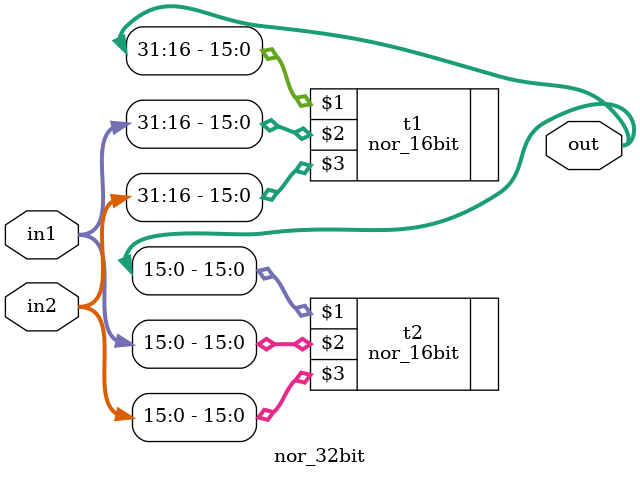
<source format=v>
module nor_32bit(out,in1,in2);
input [31:0] in1, in2;
output [31:0] out;

nor_16bit t1(out[31:16], in1[31:16], in2[31:16]);
nor_16bit t2(out[15:0], in1[15:0], in2[15:0]);

endmodule
</source>
